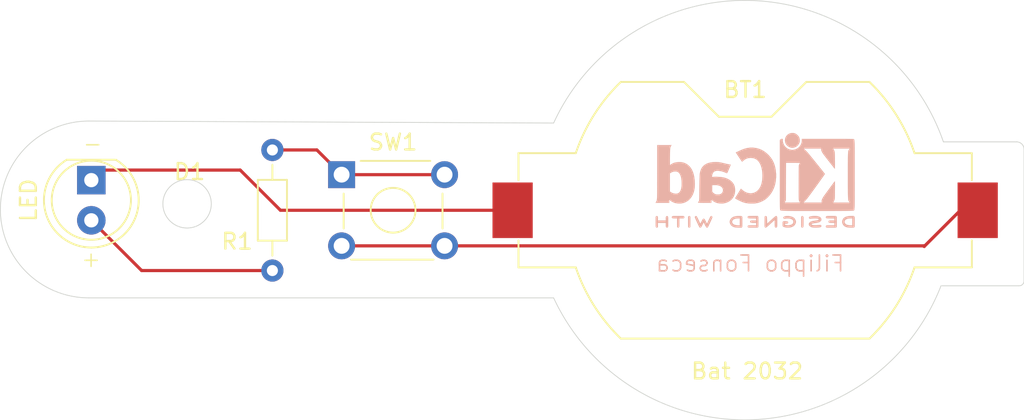
<source format=kicad_pcb>
(kicad_pcb (version 20241229) (generator "pcbnew") (generator_version "9.0")
  (title_block (title "LED Torch") (date "2025-12-23") (rev "1") (company "Filippo Fonseca"))
  (layers (0 "F.Cu" signal) (2 "B.Cu" signal) (13 "F.Paste" user) (15 "B.Paste" user) (5 "F.SilkS" user "F.Silkscreen") (7 "B.SilkS" user "B.Silkscreen") (1 "F.Mask" user) (3 "B.Mask" user) (25 "Edge.Cuts" user))
  (net 0 "")
  (net 1 "/LED_cathode")
  (net 2 "/bat_pos")
  (net 3 "/LED_anode")
  (net 4 "Net-(SW1A-A)")
  (footprint "Resistor_THT:R_Axial_DIN0204_L3.6mm_D1.6mm_P7.62mm_Horizontal" (layer "F.Cu") (at 113.03 142.24 90)
    (property "Reference" "R1" (at 1.84 -2.23 180) (layer "F.SilkS"))
    (property "Value" "R")
    (pad "1" thru_hole circle (at 0 0 90) (size 1.4 1.4) (drill 0.7) (layers "*.Cu" "*.Mask") (net 3 "/LED_anode"))
    (pad "2" thru_hole oval (at 7.62 0 90) (size 1.4 1.4) (drill 0.7) (layers "*.Cu" "*.Mask") (net 4 "Net-(SW1A-A)"))
  )
  (footprint "Button_Switch_THT:SW_TH_Tactile_Omron_B3F-10xx" (layer "F.Cu") (at 117.4 136.18)
    (property "Reference" "SW1" (at 3.25 -2.05 0) (layer "F.SilkS"))
    (property "Value" "SW_DPDT_x2")
    (pad "1" thru_hole rect (at 0 0) (size 1.7 1.7) (drill 1) (layers "*.Cu" "*.Mask") (net 4 "Net-(SW1A-A)"))
    (pad "1" thru_hole circle (at 6.5 0) (size 1.7 1.7) (drill 1) (layers "*.Cu" "*.Mask") (net 4 "Net-(SW1A-A)"))
    (pad "2" thru_hole circle (at 0 4.5) (size 1.7 1.7) (drill 1) (layers "*.Cu" "*.Mask") (net 2 "/bat_pos"))
    (pad "2" thru_hole circle (at 6.5 4.5) (size 1.7 1.7) (drill 1) (layers "*.Cu" "*.Mask") (net 2 "/bat_pos"))
  )
  (footprint "Battery:BatteryHolder_Keystone_1058_1x2032" (layer "F.Cu") (at 142.875 138.43 180)
    (property "Reference" "BT1" (at 0 7.62 0) (layer "F.SilkS"))
    (property "Value" "Bat 2032" (at -0.125 -10.17 0) (layer "F.SilkS"))
    (pad "1" smd rect (at -14.68 0 180) (size 2.54 3.51) (layers "F.Cu" "F.Mask" "F.Paste") (net 2 "/bat_pos"))
    (pad "2" smd rect (at 14.68 0 180) (size 2.54 3.51) (layers "F.Cu" "F.Mask" "F.Paste") (net 1 "/LED_cathode"))
  )
  (footprint "LED_THT:LED_D5.0mm" (layer "F.Cu") (at 101.6 136.525 -90)
    (property "Reference" "D1" (at -0.525 -6.2 180) (layer "F.SilkS"))
    (property "Value" "LED" (at 1.27 3.96 90) (layer "F.SilkS"))
    (pad "1" thru_hole rect (at 0 0 270) (size 1.8 1.8) (drill 0.9) (layers "*.Cu" "*.Mask") (net 1 "/LED_cathode"))
    (pad "2" thru_hole circle (at 2.54 0 270) (size 1.8 1.8) (drill 0.9) (layers "*.Cu" "*.Mask") (net 3 "/LED_anode"))
  )
  (footprint "Symbol:KiCad-Logo2_5mm_SilkScreen" (layer "B.Cu") (at 143.51 136.525 180)
    (property "Reference" "REF**" (hide yes))
    (property "Value" "KiCad-Logo2_5mm_SilkScreen" (hide yes))
  )
  (gr_arc (start 130.7846 132.9182) (mid 143.490874 125.181116) (end 155.39052 134.109179) (stroke (width 0.05)) (layer "Edge.Cuts"))
  (gr_arc (start 101.4476 143.9672) (mid 95.8596 138.3792) (end 101.4476 132.7912) (stroke (width 0.05)) (layer "Edge.Cuts"))
  (gr_arc (start 160.017179 134.109179) (mid 160.342463 134.243916) (end 160.4772 134.5692) (stroke (width 0.05)) (layer "Edge.Cuts"))
  (gr_circle (center 107.6452 138.0236) (end 108.7882 139.0396) (stroke (width 0.05)) (fill no) (layer "Edge.Cuts"))
  (gr_line (start 101.4476 132.7912) (end 130.7846 132.9182) (stroke (width 0.05)) (layer "Edge.Cuts"))
  (gr_arc (start 160.4772 142.9004) (mid 160.387926 143.115926) (end 160.1724 143.2052) (stroke (width 0.05)) (layer "Edge.Cuts"))
  (gr_line (start 101.4476 143.9672) (end 130.7846 143.9672) (stroke (width 0.05)) (layer "Edge.Cuts"))
  (gr_line (start 155.39052 134.109182) (end 160.02 134.109179) (stroke (width 0.05)) (layer "Edge.Cuts"))
  (gr_arc (start 155.239101 143.205195) (mid 143.263711 151.668988) (end 130.7846 143.9672) (stroke (width 0.05)) (layer "Edge.Cuts"))
  (gr_line (start 160.4772 134.573595) (end 160.4772 142.9004) (stroke (width 0.05)) (layer "Edge.Cuts"))
  (gr_line (start 155.239101 143.205195) (end 160.1724 143.2052) (stroke (width 0.05)) (layer "Edge.Cuts"))
  (gr_text "-" (at 101 134.8 0) (layer "F.SilkS") (effects (font (size 1 1) (thickness 0.1)) (justify left bottom)))
  (gr_text "+" (at 100.9 142.1 0) (layer "F.SilkS") (effects (font (size 1 1) (thickness 0.1)) (justify left bottom)))
  (gr_text "Filippo Fonseca" (at 149.2 141.8 0) (layer "B.SilkS") (effects (font (size 1 1) (thickness 0.1)) (justify left mirror)))
  (segment (start 102.235 135.89) (end 110.998 135.89) (width 0.2) (layer "F.Cu") (net 1))
  (segment (start 113.538 138.43) (end 128.195 138.43) (width 0.2) (layer "F.Cu") (net 1))
  (segment (start 101.6 136.525) (end 102.235 135.89) (width 0.2) (layer "F.Cu") (net 1))
  (segment (start 110.998 135.89) (end 113.538 138.43) (width 0.2) (layer "F.Cu") (net 1))
  (segment (start 117.4 140.68) (end 123.9 140.68) (width 0.2) (layer "F.Cu") (net 2))
  (segment (start 154.142 140.68) (end 154.178 140.716) (width 0.2) (layer "F.Cu") (net 2))
  (segment (start 123.9 140.68) (end 154.142 140.68) (width 0.2) (layer "F.Cu") (net 2))
  (segment (start 154.178 140.716) (end 156.464 138.43) (width 0.2) (layer "F.Cu") (net 2))
  (segment (start 156.464 138.43) (end 157.555 138.43) (width 0.2) (layer "F.Cu") (net 2))
  (segment (start 101.6 139.065) (end 104.775 142.24) (width 0.2) (layer "F.Cu") (net 3))
  (segment (start 104.775 142.24) (end 113.03 142.24) (width 0.2) (layer "F.Cu") (net 3))
  (segment (start 115.84 134.62) (end 117.4 136.18) (width 0.2) (layer "F.Cu") (net 4))
  (segment (start 113.03 134.62) (end 115.84 134.62) (width 0.2) (layer "F.Cu") (net 4))
  (segment (start 117.4 136.18) (end 123.9 136.18) (width 0.2) (layer "F.Cu") (net 4))
)
</source>
